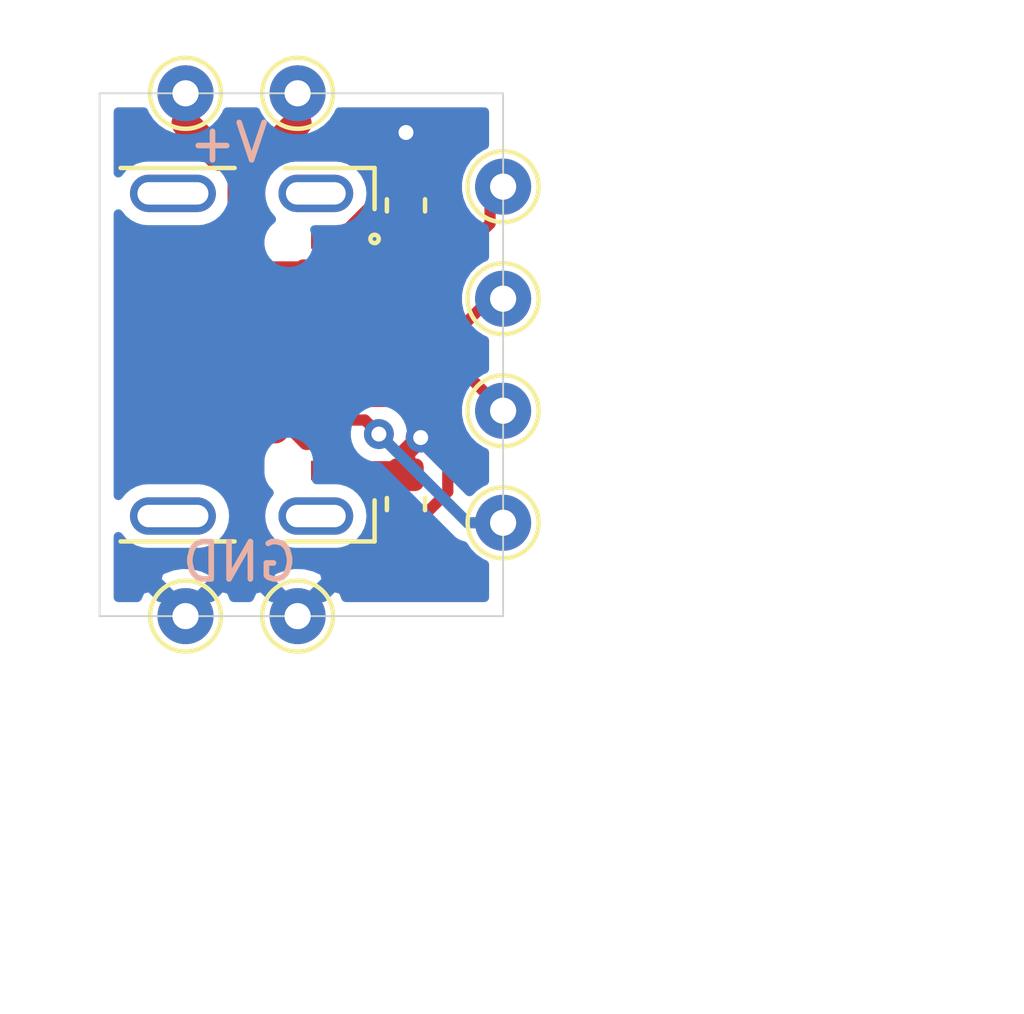
<source format=kicad_pcb>
(kicad_pcb (version 20171130) (host pcbnew 5.1.6)

  (general
    (thickness 1.6)
    (drawings 13)
    (tracks 53)
    (zones 0)
    (modules 11)
    (nets 10)
  )

  (page A4)
  (layers
    (0 F.Cu signal)
    (31 B.Cu signal)
    (32 B.Adhes user)
    (33 F.Adhes user)
    (34 B.Paste user)
    (35 F.Paste user)
    (36 B.SilkS user)
    (37 F.SilkS user)
    (38 B.Mask user)
    (39 F.Mask user)
    (40 Dwgs.User user)
    (41 Cmts.User user)
    (42 Eco1.User user)
    (43 Eco2.User user)
    (44 Edge.Cuts user)
    (45 Margin user)
    (46 B.CrtYd user)
    (47 F.CrtYd user hide)
    (48 B.Fab user)
    (49 F.Fab user)
  )

  (setup
    (last_trace_width 0.25)
    (user_trace_width 0.3)
    (user_trace_width 0.4)
    (user_trace_width 0.5)
    (user_trace_width 0.75)
    (trace_clearance 0.175)
    (zone_clearance 0.35)
    (zone_45_only no)
    (trace_min 0.2)
    (via_size 0.8)
    (via_drill 0.4)
    (via_min_size 0.4)
    (via_min_drill 0.3)
    (uvia_size 0.3)
    (uvia_drill 0.1)
    (uvias_allowed no)
    (uvia_min_size 0.2)
    (uvia_min_drill 0.1)
    (edge_width 0.05)
    (segment_width 0.2)
    (pcb_text_width 0.3)
    (pcb_text_size 1.5 1.5)
    (mod_edge_width 0.12)
    (mod_text_size 1 1)
    (mod_text_width 0.15)
    (pad_size 1.5 1.5)
    (pad_drill 0.7)
    (pad_to_mask_clearance 0.05)
    (aux_axis_origin 0 0)
    (visible_elements FFFFFF7F)
    (pcbplotparams
      (layerselection 0x010fc_ffffffff)
      (usegerberextensions false)
      (usegerberattributes true)
      (usegerberadvancedattributes true)
      (creategerberjobfile true)
      (excludeedgelayer true)
      (linewidth 0.100000)
      (plotframeref false)
      (viasonmask false)
      (mode 1)
      (useauxorigin false)
      (hpglpennumber 1)
      (hpglpenspeed 20)
      (hpglpendiameter 15.000000)
      (psnegative false)
      (psa4output false)
      (plotreference true)
      (plotvalue true)
      (plotinvisibletext false)
      (padsonsilk false)
      (subtractmaskfromsilk false)
      (outputformat 1)
      (mirror false)
      (drillshape 0)
      (scaleselection 1)
      (outputdirectory "gerber/"))
  )

  (net 0 "")
  (net 1 GND)
  (net 2 "Net-(J1-PadS1)")
  (net 3 /VBUS)
  (net 4 /D-)
  (net 5 /D+)
  (net 6 /SBU1)
  (net 7 /SBU2)
  (net 8 /CC1)
  (net 9 /CC2)

  (net_class Default "This is the default net class."
    (clearance 0.175)
    (trace_width 0.25)
    (via_dia 0.8)
    (via_drill 0.4)
    (uvia_dia 0.3)
    (uvia_drill 0.1)
    (add_net /CC1)
    (add_net /CC2)
    (add_net /D+)
    (add_net /D-)
    (add_net /SBU1)
    (add_net /SBU2)
    (add_net /VBUS)
    (add_net GND)
    (add_net "Net-(J1-PadS1)")
  )

  (module TestPoint:TestPoint_THTPad_D1.5mm_Drill0.7mm (layer F.Cu) (tedit 5EE2B394) (tstamp 5EE2DD11)
    (at 101.5 107)
    (descr "THT pad as test Point, diameter 1.5mm, hole diameter 0.7mm")
    (tags "test point THT pad")
    (path /5EE2BEE8)
    (zone_connect 1)
    (fp_text reference H7 (at 0 -1.648) (layer F.Fab)
      (effects (font (size 1 1) (thickness 0.15)))
    )
    (fp_text value GND (at 0 1.75) (layer F.Fab)
      (effects (font (size 1 1) (thickness 0.15)))
    )
    (fp_circle (center 0 0) (end 0 0.95) (layer F.SilkS) (width 0.12))
    (fp_circle (center 0 0) (end 1.25 0) (layer F.CrtYd) (width 0.05))
    (fp_text user %R (at 0 -1.65) (layer F.Fab)
      (effects (font (size 1 1) (thickness 0.15)))
    )
    (pad 1 thru_hole circle (at 0 0) (size 1.5 1.5) (drill 0.7) (layers *.Cu *.Mask)
      (net 1 GND) (zone_connect 1))
  )

  (module TestPoint:TestPoint_THTPad_D1.5mm_Drill0.7mm (layer F.Cu) (tedit 5A0F774F) (tstamp 5EE2E6D3)
    (at 101.5 93)
    (descr "THT pad as test Point, diameter 1.5mm, hole diameter 0.7mm")
    (tags "test point THT pad")
    (path /5EE2ACC9)
    (attr virtual)
    (fp_text reference H8 (at 0 -1.648) (layer F.Fab)
      (effects (font (size 1 1) (thickness 0.15)))
    )
    (fp_text value VBUS (at 0 1.75) (layer F.Fab)
      (effects (font (size 1 1) (thickness 0.15)))
    )
    (fp_circle (center 0 0) (end 0 0.95) (layer F.SilkS) (width 0.12))
    (fp_circle (center 0 0) (end 1.25 0) (layer F.CrtYd) (width 0.05))
    (fp_text user %R (at 0 -1.65) (layer F.Fab)
      (effects (font (size 1 1) (thickness 0.15)))
    )
    (pad 1 thru_hole circle (at 0 0) (size 1.5 1.5) (drill 0.7) (layers *.Cu *.Mask)
      (net 3 /VBUS))
  )

  (module TestPoint:TestPoint_THTPad_D1.5mm_Drill0.7mm (layer F.Cu) (tedit 5A0F774F) (tstamp 5EE2E6BE)
    (at 98.5 93)
    (descr "THT pad as test Point, diameter 1.5mm, hole diameter 0.7mm")
    (tags "test point THT pad")
    (path /5EE2A4EB)
    (attr virtual)
    (fp_text reference H6 (at 0 -1.648) (layer F.Fab)
      (effects (font (size 1 1) (thickness 0.15)))
    )
    (fp_text value VBUS (at 0 1.75) (layer F.Fab)
      (effects (font (size 1 1) (thickness 0.15)))
    )
    (fp_circle (center 0 0) (end 0 0.95) (layer F.SilkS) (width 0.12))
    (fp_circle (center 0 0) (end 1.25 0) (layer F.CrtYd) (width 0.05))
    (fp_text user %R (at 0 -1.65) (layer F.Fab)
      (effects (font (size 1 1) (thickness 0.15)))
    )
    (pad 1 thru_hole circle (at 0 0) (size 1.5 1.5) (drill 0.7) (layers *.Cu *.Mask)
      (net 3 /VBUS))
  )

  (module TestPoint:TestPoint_THTPad_D1.5mm_Drill0.7mm (layer F.Cu) (tedit 5EE2BA21) (tstamp 5EE2DCFD)
    (at 98.5 107)
    (descr "THT pad as test Point, diameter 1.5mm, hole diameter 0.7mm")
    (tags "test point THT pad")
    (path /5EE2B2D0)
    (zone_connect 2)
    (attr virtual)
    (fp_text reference H5 (at 0 -1.648) (layer F.Fab)
      (effects (font (size 1 1) (thickness 0.15)))
    )
    (fp_text value GND (at 0 1.75) (layer F.Fab)
      (effects (font (size 1 1) (thickness 0.15)))
    )
    (fp_circle (center 0 0) (end 0 0.95) (layer F.SilkS) (width 0.12))
    (fp_circle (center 0 0) (end 1.25 0) (layer F.CrtYd) (width 0.05))
    (fp_text user %R (at 0 -1.65) (layer F.Fab)
      (effects (font (size 1 1) (thickness 0.15)))
    )
    (pad 1 thru_hole circle (at 0 0) (size 1.5 1.5) (drill 0.7) (layers *.Cu *.Mask)
      (net 1 GND) (zone_connect 1))
  )

  (module TestPoint:TestPoint_THTPad_D1.5mm_Drill0.7mm (layer F.Cu) (tedit 5A0F774F) (tstamp 5EE2DCF3)
    (at 107 95.5)
    (descr "THT pad as test Point, diameter 1.5mm, hole diameter 0.7mm")
    (tags "test point THT pad")
    (path /5EE30585)
    (attr virtual)
    (fp_text reference H4 (at 0 -1.648) (layer F.Fab)
      (effects (font (size 1 1) (thickness 0.15)))
    )
    (fp_text value SBU2 (at 0 1.75) (layer F.Fab)
      (effects (font (size 1 1) (thickness 0.15)))
    )
    (fp_circle (center 0 0) (end 0 0.95) (layer F.SilkS) (width 0.12))
    (fp_circle (center 0 0) (end 1.25 0) (layer F.CrtYd) (width 0.05))
    (fp_text user %R (at 0 -1.65) (layer F.Fab)
      (effects (font (size 1 1) (thickness 0.15)))
    )
    (pad 1 thru_hole circle (at 0 0) (size 1.5 1.5) (drill 0.7) (layers *.Cu *.Mask)
      (net 7 /SBU2))
  )

  (module TestPoint:TestPoint_THTPad_D1.5mm_Drill0.7mm (layer F.Cu) (tedit 5A0F774F) (tstamp 5EE2DCE9)
    (at 107 104.5)
    (descr "THT pad as test Point, diameter 1.5mm, hole diameter 0.7mm")
    (tags "test point THT pad")
    (path /5EE2FC56)
    (attr virtual)
    (fp_text reference H3 (at 0 -1.648) (layer F.Fab)
      (effects (font (size 1 1) (thickness 0.15)))
    )
    (fp_text value SBU1 (at 0 1.75) (layer F.Fab)
      (effects (font (size 1 1) (thickness 0.15)))
    )
    (fp_circle (center 0 0) (end 0 0.95) (layer F.SilkS) (width 0.12))
    (fp_circle (center 0 0) (end 1.25 0) (layer F.CrtYd) (width 0.05))
    (fp_text user %R (at 0 -1.65) (layer F.Fab)
      (effects (font (size 1 1) (thickness 0.15)))
    )
    (pad 1 thru_hole circle (at 0 0) (size 1.5 1.5) (drill 0.7) (layers *.Cu *.Mask)
      (net 6 /SBU1))
  )

  (module TestPoint:TestPoint_THTPad_D1.5mm_Drill0.7mm (layer F.Cu) (tedit 5A0F774F) (tstamp 5EE2DCDF)
    (at 107 101.5)
    (descr "THT pad as test Point, diameter 1.5mm, hole diameter 0.7mm")
    (tags "test point THT pad")
    (path /5EE2DEFD)
    (attr virtual)
    (fp_text reference H2 (at 0 -1.648) (layer F.Fab)
      (effects (font (size 1 1) (thickness 0.15)))
    )
    (fp_text value D+ (at 0 1.75) (layer F.Fab)
      (effects (font (size 1 1) (thickness 0.15)))
    )
    (fp_circle (center 0 0) (end 0 0.95) (layer F.SilkS) (width 0.12))
    (fp_circle (center 0 0) (end 1.25 0) (layer F.CrtYd) (width 0.05))
    (fp_text user %R (at 0 -1.65) (layer F.Fab)
      (effects (font (size 1 1) (thickness 0.15)))
    )
    (pad 1 thru_hole circle (at 0 0) (size 1.5 1.5) (drill 0.7) (layers *.Cu *.Mask)
      (net 5 /D+))
  )

  (module TestPoint:TestPoint_THTPad_D1.5mm_Drill0.7mm (layer F.Cu) (tedit 5A0F774F) (tstamp 5EE2DCD5)
    (at 107 98.5)
    (descr "THT pad as test Point, diameter 1.5mm, hole diameter 0.7mm")
    (tags "test point THT pad")
    (path /5EE2D1A4)
    (attr virtual)
    (fp_text reference H1 (at 0 -1.648) (layer F.Fab)
      (effects (font (size 1 1) (thickness 0.15)))
    )
    (fp_text value D- (at 0 1.75) (layer F.Fab)
      (effects (font (size 1 1) (thickness 0.15)))
    )
    (fp_circle (center 0 0) (end 0 0.95) (layer F.SilkS) (width 0.12))
    (fp_circle (center 0 0) (end 1.25 0) (layer F.CrtYd) (width 0.05))
    (fp_text user %R (at 0 -1.65) (layer F.Fab)
      (effects (font (size 1 1) (thickness 0.15)))
    )
    (pad 1 thru_hole circle (at 0 0) (size 1.5 1.5) (drill 0.7) (layers *.Cu *.Mask)
      (net 4 /D-))
  )

  (module Connector_USB:USB_C_Receptacle_JAE_DX07S016JA1 (layer F.Cu) (tedit 5E791ED6) (tstamp 5EE2E649)
    (at 100 100 270)
    (descr "USB Type-C receptacle for USB 2.0 and PD, https://www.jae.com/en/connectors/series/detail/product/id=91780&type_code=T1010")
    (tags "usb usb-c 2.0 pd")
    (path /5EE27E45)
    (attr smd)
    (fp_text reference J1 (at 0 -4.2625 90) (layer F.Fab)
      (effects (font (size 1 1) (thickness 0.15)))
    )
    (fp_text value USB_C_Receptacle_USB2.0 (at 0 6.2375 90) (layer F.Fab) hide
      (effects (font (size 1 1) (thickness 0.15)))
    )
    (fp_line (start -2.85 -3.35) (end 4.47 -3.35) (layer F.Fab) (width 0.1))
    (fp_line (start -3.1 -2.85) (end -2.85 -3.35) (layer F.Fab) (width 0.1))
    (fp_line (start -3.35 -3.35) (end -3.1 -2.85) (layer F.Fab) (width 0.1))
    (fp_line (start 3.9 -3.56) (end 5 -3.56) (layer F.SilkS) (width 0.12))
    (fp_line (start -5 -3.56) (end -3.9 -3.56) (layer F.SilkS) (width 0.12))
    (fp_circle (center -3.1 -3.56) (end -2.988197 -3.56) (layer F.SilkS) (width 0.12))
    (fp_line (start -3 3.7875) (end 3 3.7875) (layer F.Fab) (width 0.1))
    (fp_line (start -5 0.1875) (end -5 3.2375) (layer F.SilkS) (width 0.12))
    (fp_line (start -5 -3.56) (end -5 -1.1625) (layer F.SilkS) (width 0.12))
    (fp_line (start 5 0.1875) (end 5 3.2375) (layer F.SilkS) (width 0.12))
    (fp_line (start 5 -3.56) (end 5 -1.1625) (layer F.SilkS) (width 0.12))
    (fp_line (start 5.32 -3.25) (end 5.32 5) (layer F.CrtYd) (width 0.05))
    (fp_line (start -5.32 -3.25) (end -5.32 5) (layer F.CrtYd) (width 0.05))
    (fp_line (start -5.32 5) (end 5.32 5) (layer F.CrtYd) (width 0.05))
    (fp_line (start -5.32 -3.25) (end 5.32 -3.25) (layer F.CrtYd) (width 0.05))
    (fp_line (start 4.47 -3.35) (end 4.47 4.7375) (layer F.Fab) (width 0.1))
    (fp_line (start -4.47 4.7375) (end 4.47 4.7375) (layer F.Fab) (width 0.1))
    (fp_line (start -4.47 -3.35) (end -4.47 4.7375) (layer F.Fab) (width 0.1))
    (fp_line (start -4.47 -3.35) (end -3.35 -3.35) (layer F.Fab) (width 0.1))
    (fp_text user %R (at 0 -0.2925 90) (layer F.Fab)
      (effects (font (size 1 1) (thickness 0.15)))
    )
    (fp_text user "PCB edge" (at 0 3.4 90) (layer F.Fab)
      (effects (font (size 0.4 0.4) (thickness 0.1)))
    )
    (pad B1 smd rect (at 3.1 -2.3625 270) (size 0.52 1) (layers F.Cu F.Paste F.Mask)
      (net 1 GND))
    (pad A9 smd rect (at 2.35 -2.3625 270) (size 0.52 1) (layers F.Cu F.Paste F.Mask)
      (net 3 /VBUS))
    (pad B9 smd rect (at -2.35 -2.3625 270) (size 0.52 1) (layers F.Cu F.Paste F.Mask)
      (net 3 /VBUS))
    (pad B12 smd rect (at -3.1 -2.3625 270) (size 0.52 1) (layers F.Cu F.Paste F.Mask)
      (net 1 GND))
    (pad A1 smd rect (at -3.1 -2.3625 270) (size 0.52 1) (layers F.Cu F.Paste F.Mask)
      (net 1 GND))
    (pad A4 smd rect (at -2.35 -2.3625 270) (size 0.52 1) (layers F.Cu F.Paste F.Mask)
      (net 3 /VBUS))
    (pad B4 smd rect (at 2.35 -2.3625 270) (size 0.52 1) (layers F.Cu F.Paste F.Mask)
      (net 3 /VBUS))
    (pad A12 smd rect (at 3.1 -2.3625 270) (size 0.52 1) (layers F.Cu F.Paste F.Mask)
      (net 1 GND))
    (pad A5 smd rect (at -1.75 -2.3625 270) (size 0.27 1) (layers F.Cu F.Paste F.Mask)
      (net 8 /CC1))
    (pad B8 smd rect (at -1.25 -2.3625 270) (size 0.27 1) (layers F.Cu F.Paste F.Mask)
      (net 7 /SBU2))
    (pad B7 smd rect (at -0.75 -2.3625 270) (size 0.27 1) (layers F.Cu F.Paste F.Mask)
      (net 4 /D-))
    (pad B6 smd rect (at 0.25 -2.3625 270) (size 0.27 1) (layers F.Cu F.Paste F.Mask)
      (net 5 /D+))
    (pad A7 smd rect (at 0.75 -2.3625 270) (size 0.27 1) (layers F.Cu F.Paste F.Mask)
      (net 4 /D-))
    (pad B5 smd rect (at 1.25 -2.3625 270) (size 0.27 1) (layers F.Cu F.Paste F.Mask)
      (net 9 /CC2))
    (pad A8 smd rect (at 1.75 -2.3625 270) (size 0.27 1) (layers F.Cu F.Paste F.Mask)
      (net 6 /SBU1))
    (pad A6 smd rect (at -0.25 -2.3625 270) (size 0.27 1) (layers F.Cu F.Paste F.Mask)
      (net 5 /D+))
    (pad S1 thru_hole oval (at 4.32 -1.9875 270) (size 1 2) (drill oval 0.6 1.6) (layers *.Cu *.Mask)
      (net 2 "Net-(J1-PadS1)"))
    (pad S1 thru_hole oval (at -4.32 -1.9875 270) (size 1 2) (drill oval 0.6 1.6) (layers *.Cu *.Mask)
      (net 2 "Net-(J1-PadS1)"))
    (pad "" np_thru_hole circle (at -3 -1.2625 270) (size 0.6 0.6) (drill 0.6) (layers *.Cu *.Mask))
    (pad S1 thru_hole oval (at -4.32 1.8375 270) (size 1 2.3) (drill oval 0.6 1.9) (layers *.Cu *.Mask)
      (net 2 "Net-(J1-PadS1)"))
    (pad "" np_thru_hole oval (at 3 -1.2625 270) (size 0.85 0.6) (drill oval 0.85 0.6) (layers *.Cu *.Mask))
    (pad S1 thru_hole oval (at 4.32 1.8375 270) (size 1 2.3) (drill oval 0.6 1.9) (layers *.Cu *.Mask)
      (net 2 "Net-(J1-PadS1)"))
    (pad S1 smd rect (at 1.4 1.8375 270) (size 1 2) (layers F.Cu F.Paste F.Mask)
      (net 2 "Net-(J1-PadS1)"))
    (pad S1 smd rect (at -1.4 1.8375 270) (size 1 2) (layers F.Cu F.Paste F.Mask)
      (net 2 "Net-(J1-PadS1)"))
    (model ${KISYS3DMOD}/Connector_USB.3dshapes/USB_C_Receptacle_JAE_DX07S016JA1.wrl
      (at (xyz 0 0 0))
      (scale (xyz 1 1 1))
      (rotate (xyz 0 0 0))
    )
  )

  (module Resistor_SMD:R_0603_1608Metric (layer F.Cu) (tedit 5B301BBD) (tstamp 5EE2FE3C)
    (at 104.4 104 90)
    (descr "Resistor SMD 0603 (1608 Metric), square (rectangular) end terminal, IPC_7351 nominal, (Body size source: http://www.tortai-tech.com/upload/download/2011102023233369053.pdf), generated with kicad-footprint-generator")
    (tags resistor)
    (path /5EE32FF1)
    (attr smd)
    (fp_text reference R1 (at 0 -1.43 90) (layer F.Fab)
      (effects (font (size 1 1) (thickness 0.15)))
    )
    (fp_text value 5K1 (at 0 1.43 90) (layer F.Fab)
      (effects (font (size 1 1) (thickness 0.15)))
    )
    (fp_line (start -0.8 0.4) (end -0.8 -0.4) (layer F.Fab) (width 0.1))
    (fp_line (start -0.8 -0.4) (end 0.8 -0.4) (layer F.Fab) (width 0.1))
    (fp_line (start 0.8 -0.4) (end 0.8 0.4) (layer F.Fab) (width 0.1))
    (fp_line (start 0.8 0.4) (end -0.8 0.4) (layer F.Fab) (width 0.1))
    (fp_line (start -0.162779 -0.51) (end 0.162779 -0.51) (layer F.SilkS) (width 0.12))
    (fp_line (start -0.162779 0.51) (end 0.162779 0.51) (layer F.SilkS) (width 0.12))
    (fp_line (start -1.48 0.73) (end -1.48 -0.73) (layer F.CrtYd) (width 0.05))
    (fp_line (start -1.48 -0.73) (end 1.48 -0.73) (layer F.CrtYd) (width 0.05))
    (fp_line (start 1.48 -0.73) (end 1.48 0.73) (layer F.CrtYd) (width 0.05))
    (fp_line (start 1.48 0.73) (end -1.48 0.73) (layer F.CrtYd) (width 0.05))
    (fp_text user %R (at 0 0 90) (layer F.Fab)
      (effects (font (size 0.4 0.4) (thickness 0.06)))
    )
    (pad 2 smd roundrect (at 0.7875 0 90) (size 0.875 0.95) (layers F.Cu F.Paste F.Mask) (roundrect_rratio 0.25)
      (net 1 GND))
    (pad 1 smd roundrect (at -0.7875 0 90) (size 0.875 0.95) (layers F.Cu F.Paste F.Mask) (roundrect_rratio 0.25)
      (net 9 /CC2))
    (model ${KISYS3DMOD}/Resistor_SMD.3dshapes/R_0603_1608Metric.wrl
      (at (xyz 0 0 0))
      (scale (xyz 1 1 1))
      (rotate (xyz 0 0 0))
    )
  )

  (module Resistor_SMD:R_0603_1608Metric (layer F.Cu) (tedit 5B301BBD) (tstamp 5EE2DD6E)
    (at 104.4 96 90)
    (descr "Resistor SMD 0603 (1608 Metric), square (rectangular) end terminal, IPC_7351 nominal, (Body size source: http://www.tortai-tech.com/upload/download/2011102023233369053.pdf), generated with kicad-footprint-generator")
    (tags resistor)
    (path /5EE33A79)
    (attr smd)
    (fp_text reference R2 (at 0 -1.43 90) (layer F.Fab)
      (effects (font (size 1 1) (thickness 0.15)))
    )
    (fp_text value 5K1 (at 0 1.43 90) (layer F.Fab)
      (effects (font (size 1 1) (thickness 0.15)))
    )
    (fp_line (start 1.48 0.73) (end -1.48 0.73) (layer F.CrtYd) (width 0.05))
    (fp_line (start 1.48 -0.73) (end 1.48 0.73) (layer F.CrtYd) (width 0.05))
    (fp_line (start -1.48 -0.73) (end 1.48 -0.73) (layer F.CrtYd) (width 0.05))
    (fp_line (start -1.48 0.73) (end -1.48 -0.73) (layer F.CrtYd) (width 0.05))
    (fp_line (start -0.162779 0.51) (end 0.162779 0.51) (layer F.SilkS) (width 0.12))
    (fp_line (start -0.162779 -0.51) (end 0.162779 -0.51) (layer F.SilkS) (width 0.12))
    (fp_line (start 0.8 0.4) (end -0.8 0.4) (layer F.Fab) (width 0.1))
    (fp_line (start 0.8 -0.4) (end 0.8 0.4) (layer F.Fab) (width 0.1))
    (fp_line (start -0.8 -0.4) (end 0.8 -0.4) (layer F.Fab) (width 0.1))
    (fp_line (start -0.8 0.4) (end -0.8 -0.4) (layer F.Fab) (width 0.1))
    (fp_text user %R (at 0 0 90) (layer F.Fab)
      (effects (font (size 0.4 0.4) (thickness 0.06)))
    )
    (pad 1 smd roundrect (at -0.7875 0 90) (size 0.875 0.95) (layers F.Cu F.Paste F.Mask) (roundrect_rratio 0.25)
      (net 8 /CC1))
    (pad 2 smd roundrect (at 0.7875 0 90) (size 0.875 0.95) (layers F.Cu F.Paste F.Mask) (roundrect_rratio 0.25)
      (net 1 GND))
    (model ${KISYS3DMOD}/Resistor_SMD.3dshapes/R_0603_1608Metric.wrl
      (at (xyz 0 0 0))
      (scale (xyz 1 1 1))
      (rotate (xyz 0 0 0))
    )
  )

  (gr_text GND (at 99.95 105.55) (layer B.SilkS)
    (effects (font (size 1 1) (thickness 0.15)) (justify mirror))
  )
  (gr_text V+ (at 99.65 94.325) (layer B.SilkS)
    (effects (font (size 1 1) (thickness 0.15)) (justify mirror))
  )
  (dimension 2.5 (width 0.15) (layer F.Fab)
    (gr_text "2.500 mm" (at 119.6 105.75 270) (layer F.Fab)
      (effects (font (size 1 1) (thickness 0.15)))
    )
    (feature1 (pts (xy 107 107) (xy 118.886421 107)))
    (feature2 (pts (xy 107 104.5) (xy 118.886421 104.5)))
    (crossbar (pts (xy 118.3 104.5) (xy 118.3 107)))
    (arrow1a (pts (xy 118.3 107) (xy 117.713579 105.873496)))
    (arrow1b (pts (xy 118.3 107) (xy 118.886421 105.873496)))
    (arrow2a (pts (xy 118.3 104.5) (xy 117.713579 105.626504)))
    (arrow2b (pts (xy 118.3 104.5) (xy 118.886421 105.626504)))
  )
  (dimension 3 (width 0.15) (layer F.Fab)
    (gr_text "3.000 mm" (at 116.2 103 90) (layer F.Fab)
      (effects (font (size 1 1) (thickness 0.15)))
    )
    (feature1 (pts (xy 107 101.5) (xy 115.486421 101.5)))
    (feature2 (pts (xy 107 104.5) (xy 115.486421 104.5)))
    (crossbar (pts (xy 114.9 104.5) (xy 114.9 101.5)))
    (arrow1a (pts (xy 114.9 101.5) (xy 115.486421 102.626504)))
    (arrow1b (pts (xy 114.9 101.5) (xy 114.313579 102.626504)))
    (arrow2a (pts (xy 114.9 104.5) (xy 115.486421 103.373496)))
    (arrow2b (pts (xy 114.9 104.5) (xy 114.313579 103.373496)))
  )
  (dimension 3 (width 0.15) (layer F.Fab)
    (gr_text "3.000 mm" (at 100 118.3) (layer F.Fab)
      (effects (font (size 1 1) (thickness 0.15)))
    )
    (feature1 (pts (xy 101.5 107) (xy 101.5 117.586421)))
    (feature2 (pts (xy 98.5 107) (xy 98.5 117.586421)))
    (crossbar (pts (xy 98.5 117) (xy 101.5 117)))
    (arrow1a (pts (xy 101.5 117) (xy 100.373496 117.586421)))
    (arrow1b (pts (xy 101.5 117) (xy 100.373496 116.413579)))
    (arrow2a (pts (xy 98.5 117) (xy 99.626504 117.586421)))
    (arrow2b (pts (xy 98.5 117) (xy 99.626504 116.413579)))
  )
  (dimension 2.3 (width 0.15) (layer F.Fab)
    (gr_text "2.300 mm" (at 97.35 115.1) (layer F.Fab)
      (effects (font (size 1 1) (thickness 0.15)))
    )
    (feature1 (pts (xy 98.5 107) (xy 98.5 114.386421)))
    (feature2 (pts (xy 96.2 107) (xy 96.2 114.386421)))
    (crossbar (pts (xy 96.2 113.8) (xy 98.5 113.8)))
    (arrow1a (pts (xy 98.5 113.8) (xy 97.373496 114.386421)))
    (arrow1b (pts (xy 98.5 113.8) (xy 97.373496 113.213579)))
    (arrow2a (pts (xy 96.2 113.8) (xy 97.326504 114.386421)))
    (arrow2b (pts (xy 96.2 113.8) (xy 97.326504 113.213579)))
  )
  (dimension 14 (width 0.15) (layer F.Fab)
    (gr_text "14.000 mm" (at 112.9 100 270) (layer F.Fab)
      (effects (font (size 1 1) (thickness 0.15)))
    )
    (feature1 (pts (xy 107 107) (xy 112.186421 107)))
    (feature2 (pts (xy 107 93) (xy 112.186421 93)))
    (crossbar (pts (xy 111.6 93) (xy 111.6 107)))
    (arrow1a (pts (xy 111.6 107) (xy 111.013579 105.873496)))
    (arrow1b (pts (xy 111.6 107) (xy 112.186421 105.873496)))
    (arrow2a (pts (xy 111.6 93) (xy 111.013579 94.126504)))
    (arrow2b (pts (xy 111.6 93) (xy 112.186421 94.126504)))
  )
  (dimension 10.8 (width 0.15) (layer F.Fab)
    (gr_text "10.800 mm" (at 101.6 111.9) (layer F.Fab)
      (effects (font (size 1 1) (thickness 0.15)))
    )
    (feature1 (pts (xy 107 107) (xy 107 111.186421)))
    (feature2 (pts (xy 96.2 107) (xy 96.2 111.186421)))
    (crossbar (pts (xy 96.2 110.6) (xy 107 110.6)))
    (arrow1a (pts (xy 107 110.6) (xy 105.873496 111.186421)))
    (arrow1b (pts (xy 107 110.6) (xy 105.873496 110.013579)))
    (arrow2a (pts (xy 96.2 110.6) (xy 97.326504 111.186421)))
    (arrow2b (pts (xy 96.2 110.6) (xy 97.326504 110.013579)))
  )
  (gr_line (start 96.2 107) (end 96.2 97) (layer Edge.Cuts) (width 0.05) (tstamp 5EE2F067))
  (gr_line (start 107 107) (end 96.2 107) (layer Edge.Cuts) (width 0.05))
  (gr_line (start 107 93) (end 107 107) (layer Edge.Cuts) (width 0.05))
  (gr_line (start 96.2 93) (end 107 93) (layer Edge.Cuts) (width 0.05))
  (gr_line (start 96.2 97) (end 96.2 93) (layer Edge.Cuts) (width 0.05))

  (segment (start 101.597498 100.75) (end 102.3625 100.75) (width 0.3) (layer F.Cu) (net 4))
  (segment (start 101.512499 100.665001) (end 101.597498 100.75) (width 0.3) (layer F.Cu) (net 4))
  (segment (start 101.512499 99.334999) (end 101.512499 100.665001) (width 0.3) (layer F.Cu) (net 4))
  (segment (start 101.597498 99.25) (end 101.512499 99.334999) (width 0.3) (layer F.Cu) (net 4))
  (segment (start 102.3625 99.25) (end 101.597498 99.25) (width 0.3) (layer F.Cu) (net 4))
  (segment (start 105.89999 99.25) (end 106.64999 98.5) (width 0.3) (layer F.Cu) (net 4))
  (segment (start 102.3625 99.25) (end 105.89999 99.25) (width 0.3) (layer F.Cu) (net 4))
  (segment (start 105.299987 99.799987) (end 106.64999 101.14999) (width 0.3) (layer F.Cu) (net 5))
  (segment (start 105.25 99.75) (end 105.299987 99.799987) (width 0.3) (layer F.Cu) (net 5))
  (segment (start 102.3625 99.75) (end 105.25 99.75) (width 0.3) (layer F.Cu) (net 5))
  (segment (start 102.3625 100.25) (end 102.3625 99.75) (width 0.3) (layer F.Cu) (net 5))
  (via (at 103.675 102.125) (size 0.8) (drill 0.4) (layers F.Cu B.Cu) (net 6))
  (segment (start 103.3 101.75) (end 103.675 102.125) (width 0.3) (layer F.Cu) (net 6))
  (segment (start 102.3625 101.75) (end 103.3 101.75) (width 0.3) (layer F.Cu) (net 6))
  (segment (start 103.675 102.125) (end 106.05 104.5) (width 0.3) (layer B.Cu) (net 6))
  (segment (start 106.05 104.5) (end 106.64999 104.5) (width 0.3) (layer B.Cu) (net 6))
  (segment (start 102.3625 98.75) (end 104.388615 98.75) (width 0.3) (layer F.Cu) (net 7))
  (segment (start 106.64999 96.488625) (end 106.64999 95.85001) (width 0.3) (layer F.Cu) (net 7))
  (segment (start 104.388615 98.75) (end 106.64999 96.488625) (width 0.3) (layer F.Cu) (net 7))
  (segment (start 104.2875 103.1) (end 104.4 103.2125) (width 0.5) (layer F.Cu) (net 1))
  (segment (start 102.3625 103.1) (end 104.2875 103.1) (width 0.5) (layer F.Cu) (net 1))
  (segment (start 102.7125 96.9) (end 104.4 95.2125) (width 0.5) (layer F.Cu) (net 1))
  (segment (start 102.3625 96.9) (end 102.7125 96.9) (width 0.5) (layer F.Cu) (net 1))
  (via (at 104.4 94.05) (size 0.8) (drill 0.4) (layers F.Cu B.Cu) (net 1))
  (segment (start 104.4 95.2125) (end 104.4 94.05) (width 0.5) (layer F.Cu) (net 1))
  (via (at 104.793941 102.218622) (size 0.8) (drill 0.4) (layers F.Cu B.Cu) (net 1))
  (segment (start 104.4 103.2125) (end 104.4 102.612563) (width 0.5) (layer F.Cu) (net 1))
  (segment (start 104.4 102.612563) (end 104.793941 102.218622) (width 0.5) (layer F.Cu) (net 1))
  (segment (start 104.2875 96.9) (end 104.4 96.7875) (width 0.5) (layer F.Cu) (net 8))
  (segment (start 104.4 97.65) (end 104.4 96.7875) (width 0.3) (layer F.Cu) (net 8))
  (segment (start 103.8 98.25) (end 104.4 97.65) (width 0.3) (layer F.Cu) (net 8))
  (segment (start 102.3625 98.25) (end 103.8 98.25) (width 0.3) (layer F.Cu) (net 8))
  (segment (start 105.518943 103.668557) (end 104.4 104.7875) (width 0.3) (layer F.Cu) (net 9))
  (segment (start 102.3625 101.25) (end 104.898323 101.25) (width 0.3) (layer F.Cu) (net 9))
  (segment (start 104.898323 101.25) (end 105.518943 101.87062) (width 0.3) (layer F.Cu) (net 9))
  (segment (start 105.518943 101.87062) (end 105.518943 103.668557) (width 0.3) (layer F.Cu) (net 9))
  (segment (start 100.6 94.7) (end 101.5 93.8) (width 0.75) (layer F.Cu) (net 3))
  (segment (start 98.5 93.8) (end 99.4 94.7) (width 0.75) (layer F.Cu) (net 3))
  (segment (start 100 94.7) (end 100 95.9) (width 0.75) (layer F.Cu) (net 3))
  (segment (start 99.4 94.7) (end 100 94.7) (width 0.75) (layer F.Cu) (net 3))
  (segment (start 100 94.7) (end 100.6 94.7) (width 0.75) (layer F.Cu) (net 3))
  (segment (start 100 101.5) (end 100.49999 101.99999) (width 0.75) (layer F.Cu) (net 3))
  (segment (start 100.49999 101.99999) (end 100.900059 101.99999) (width 0.75) (layer F.Cu) (net 3))
  (segment (start 101.727463 102.35) (end 102.3625 102.35) (width 0.4) (layer F.Cu) (net 3))
  (segment (start 101.377453 101.99999) (end 101.727463 102.35) (width 0.4) (layer F.Cu) (net 3))
  (segment (start 100.900059 101.99999) (end 101.377453 101.99999) (width 0.4) (layer F.Cu) (net 3))
  (segment (start 100 95.9) (end 100 96.6) (width 0.75) (layer F.Cu) (net 3))
  (segment (start 100.700001 97.700001) (end 100 97) (width 0.4) (layer F.Cu) (net 3))
  (segment (start 101.598501 97.700001) (end 100.700001 97.700001) (width 0.4) (layer F.Cu) (net 3))
  (segment (start 100 97) (end 100 101.5) (width 0.75) (layer F.Cu) (net 3))
  (segment (start 101.648502 97.65) (end 101.598501 97.700001) (width 0.4) (layer F.Cu) (net 3))
  (segment (start 102.3625 97.65) (end 101.648502 97.65) (width 0.4) (layer F.Cu) (net 3))
  (segment (start 100 96.6) (end 100 97) (width 0.75) (layer F.Cu) (net 3))

  (zone (net 1) (net_name GND) (layer B.Cu) (tstamp 5EE373EC) (hatch edge 0.508)
    (connect_pads (clearance 0.35))
    (min_thickness 0.254)
    (fill yes (arc_segments 32) (thermal_gap 0.508) (thermal_bridge_width 0.508))
    (polygon
      (pts
        (xy 106.9 106.9) (xy 96.3 106.9) (xy 96.3 93.1) (xy 106.9 93.1)
      )
    )
    (filled_polygon
      (pts
        (xy 97.412647 93.581202) (xy 97.546927 93.782167) (xy 97.717833 93.953073) (xy 97.918798 94.087353) (xy 98.142097 94.179847)
        (xy 98.379151 94.227) (xy 98.620849 94.227) (xy 98.857903 94.179847) (xy 99.081202 94.087353) (xy 99.282167 93.953073)
        (xy 99.453073 93.782167) (xy 99.587353 93.581202) (xy 99.62016 93.502) (xy 100.37984 93.502) (xy 100.412647 93.581202)
        (xy 100.546927 93.782167) (xy 100.717833 93.953073) (xy 100.918798 94.087353) (xy 101.142097 94.179847) (xy 101.379151 94.227)
        (xy 101.620849 94.227) (xy 101.857903 94.179847) (xy 102.081202 94.087353) (xy 102.282167 93.953073) (xy 102.453073 93.782167)
        (xy 102.587353 93.581202) (xy 102.62016 93.502) (xy 106.498 93.502) (xy 106.498 94.37984) (xy 106.418798 94.412647)
        (xy 106.217833 94.546927) (xy 106.046927 94.717833) (xy 105.912647 94.918798) (xy 105.820153 95.142097) (xy 105.773 95.379151)
        (xy 105.773 95.620849) (xy 105.820153 95.857903) (xy 105.912647 96.081202) (xy 106.046927 96.282167) (xy 106.217833 96.453073)
        (xy 106.418798 96.587353) (xy 106.498 96.62016) (xy 106.498 97.37984) (xy 106.418798 97.412647) (xy 106.217833 97.546927)
        (xy 106.046927 97.717833) (xy 105.912647 97.918798) (xy 105.820153 98.142097) (xy 105.773 98.379151) (xy 105.773 98.620849)
        (xy 105.820153 98.857903) (xy 105.912647 99.081202) (xy 106.046927 99.282167) (xy 106.217833 99.453073) (xy 106.418798 99.587353)
        (xy 106.498 99.62016) (xy 106.498001 100.37984) (xy 106.418798 100.412647) (xy 106.217833 100.546927) (xy 106.046927 100.717833)
        (xy 105.912647 100.918798) (xy 105.820153 101.142097) (xy 105.773 101.379151) (xy 105.773 101.620849) (xy 105.820153 101.857903)
        (xy 105.912647 102.081202) (xy 106.046927 102.282167) (xy 106.217833 102.453073) (xy 106.418798 102.587353) (xy 106.498001 102.62016)
        (xy 106.498001 103.37984) (xy 106.418798 103.412647) (xy 106.217833 103.546927) (xy 106.100736 103.664024) (xy 104.552 102.115289)
        (xy 104.552 102.038623) (xy 104.518297 101.869189) (xy 104.452187 101.709585) (xy 104.35621 101.565945) (xy 104.234055 101.44379)
        (xy 104.090415 101.347813) (xy 103.930811 101.281703) (xy 103.761377 101.248) (xy 103.588623 101.248) (xy 103.419189 101.281703)
        (xy 103.259585 101.347813) (xy 103.115945 101.44379) (xy 102.99379 101.565945) (xy 102.897813 101.709585) (xy 102.831703 101.869189)
        (xy 102.798 102.038623) (xy 102.798 102.211377) (xy 102.831703 102.380811) (xy 102.897813 102.540415) (xy 102.99379 102.684055)
        (xy 103.115945 102.80621) (xy 103.259585 102.902187) (xy 103.419189 102.968297) (xy 103.588623 103.002) (xy 103.665289 103.002)
        (xy 105.584866 104.921578) (xy 105.604499 104.945501) (xy 105.699972 105.023853) (xy 105.808897 105.082075) (xy 105.927087 105.117927)
        (xy 105.937897 105.118992) (xy 106.046927 105.282167) (xy 106.217833 105.453073) (xy 106.418798 105.587353) (xy 106.498001 105.62016)
        (xy 106.498001 106.498) (xy 102.791255 106.498) (xy 102.756277 106.401168) (xy 102.69586 106.288137) (xy 102.456993 106.222612)
        (xy 102.181605 106.498) (xy 101.822395 106.498) (xy 102.277388 106.043007) (xy 102.211863 105.80414) (xy 101.964884 105.68824)
        (xy 101.70004 105.62275) (xy 101.427508 105.610188) (xy 101.157762 105.651035) (xy 100.901168 105.743723) (xy 100.788137 105.80414)
        (xy 100.722612 106.043007) (xy 101.177605 106.498) (xy 100.818395 106.498) (xy 100.543007 106.222612) (xy 100.30414 106.288137)
        (xy 100.205657 106.498) (xy 99.791255 106.498) (xy 99.756277 106.401168) (xy 99.69586 106.288137) (xy 99.456993 106.222612)
        (xy 99.181605 106.498) (xy 98.822395 106.498) (xy 99.277388 106.043007) (xy 99.211863 105.80414) (xy 98.964884 105.68824)
        (xy 98.70004 105.62275) (xy 98.427508 105.610188) (xy 98.157762 105.651035) (xy 97.901168 105.743723) (xy 97.788137 105.80414)
        (xy 97.722612 106.043007) (xy 98.177605 106.498) (xy 97.818395 106.498) (xy 97.543007 106.222612) (xy 97.30414 106.288137)
        (xy 97.205657 106.498) (xy 96.702 106.498) (xy 96.702 104.872456) (xy 96.818314 105.014186) (xy 96.967082 105.136276)
        (xy 97.136809 105.226997) (xy 97.320975 105.282863) (xy 97.464507 105.297) (xy 98.860493 105.297) (xy 99.004025 105.282863)
        (xy 99.188191 105.226997) (xy 99.357918 105.136276) (xy 99.506686 105.014186) (xy 99.628776 104.865418) (xy 99.719497 104.695691)
        (xy 99.775363 104.511525) (xy 99.794227 104.32) (xy 99.775363 104.128475) (xy 99.719497 103.944309) (xy 99.628776 103.774582)
        (xy 99.506686 103.625814) (xy 99.357918 103.503724) (xy 99.188191 103.413003) (xy 99.004025 103.357137) (xy 98.860493 103.343)
        (xy 97.464507 103.343) (xy 97.320975 103.357137) (xy 97.136809 103.413003) (xy 96.967082 103.503724) (xy 96.818314 103.625814)
        (xy 96.702 103.767544) (xy 96.702 102.836834) (xy 100.4855 102.836834) (xy 100.4855 103.163165) (xy 100.496743 103.277318)
        (xy 100.541173 103.423783) (xy 100.613323 103.558765) (xy 100.71042 103.67708) (xy 100.734813 103.697098) (xy 100.671224 103.774582)
        (xy 100.580503 103.944309) (xy 100.524637 104.128475) (xy 100.505773 104.32) (xy 100.524637 104.511525) (xy 100.580503 104.695691)
        (xy 100.671224 104.865418) (xy 100.793314 105.014186) (xy 100.942082 105.136276) (xy 101.111809 105.226997) (xy 101.295975 105.282863)
        (xy 101.439507 105.297) (xy 102.535493 105.297) (xy 102.679025 105.282863) (xy 102.863191 105.226997) (xy 103.032918 105.136276)
        (xy 103.181686 105.014186) (xy 103.303776 104.865418) (xy 103.394497 104.695691) (xy 103.450363 104.511525) (xy 103.469227 104.32)
        (xy 103.450363 104.128475) (xy 103.394497 103.944309) (xy 103.303776 103.774582) (xy 103.181686 103.625814) (xy 103.032918 103.503724)
        (xy 102.863191 103.413003) (xy 102.679025 103.357137) (xy 102.535493 103.343) (xy 102.008333 103.343) (xy 102.028257 103.277319)
        (xy 102.0395 103.163166) (xy 102.0395 102.836835) (xy 102.028257 102.722682) (xy 101.983827 102.576216) (xy 101.911677 102.441234)
        (xy 101.81458 102.32292) (xy 101.696266 102.225823) (xy 101.561284 102.153673) (xy 101.414819 102.109243) (xy 101.2625 102.094241)
        (xy 101.110182 102.109243) (xy 100.963717 102.153673) (xy 100.828735 102.225823) (xy 100.71042 102.32292) (xy 100.613323 102.441234)
        (xy 100.541173 102.576216) (xy 100.496743 102.722681) (xy 100.4855 102.836834) (xy 96.702 102.836834) (xy 96.702 96.923472)
        (xy 100.4855 96.923472) (xy 100.4855 97.076528) (xy 100.515359 97.226643) (xy 100.573931 97.368048) (xy 100.658964 97.495309)
        (xy 100.767191 97.603536) (xy 100.894452 97.688569) (xy 101.035857 97.747141) (xy 101.185972 97.777) (xy 101.339028 97.777)
        (xy 101.489143 97.747141) (xy 101.630548 97.688569) (xy 101.757809 97.603536) (xy 101.866036 97.495309) (xy 101.951069 97.368048)
        (xy 102.009641 97.226643) (xy 102.0395 97.076528) (xy 102.0395 96.923472) (xy 102.009641 96.773357) (xy 101.961444 96.657)
        (xy 102.535493 96.657) (xy 102.679025 96.642863) (xy 102.863191 96.586997) (xy 103.032918 96.496276) (xy 103.181686 96.374186)
        (xy 103.303776 96.225418) (xy 103.394497 96.055691) (xy 103.450363 95.871525) (xy 103.469227 95.68) (xy 103.450363 95.488475)
        (xy 103.394497 95.304309) (xy 103.303776 95.134582) (xy 103.181686 94.985814) (xy 103.032918 94.863724) (xy 102.863191 94.773003)
        (xy 102.679025 94.717137) (xy 102.535493 94.703) (xy 101.439507 94.703) (xy 101.295975 94.717137) (xy 101.111809 94.773003)
        (xy 100.942082 94.863724) (xy 100.793314 94.985814) (xy 100.671224 95.134582) (xy 100.580503 95.304309) (xy 100.524637 95.488475)
        (xy 100.505773 95.68) (xy 100.524637 95.871525) (xy 100.580503 96.055691) (xy 100.671224 96.225418) (xy 100.793314 96.374186)
        (xy 100.796554 96.376845) (xy 100.767191 96.396464) (xy 100.658964 96.504691) (xy 100.573931 96.631952) (xy 100.515359 96.773357)
        (xy 100.4855 96.923472) (xy 96.702 96.923472) (xy 96.702 96.232456) (xy 96.818314 96.374186) (xy 96.967082 96.496276)
        (xy 97.136809 96.586997) (xy 97.320975 96.642863) (xy 97.464507 96.657) (xy 98.860493 96.657) (xy 99.004025 96.642863)
        (xy 99.188191 96.586997) (xy 99.357918 96.496276) (xy 99.506686 96.374186) (xy 99.628776 96.225418) (xy 99.719497 96.055691)
        (xy 99.775363 95.871525) (xy 99.794227 95.68) (xy 99.775363 95.488475) (xy 99.719497 95.304309) (xy 99.628776 95.134582)
        (xy 99.506686 94.985814) (xy 99.357918 94.863724) (xy 99.188191 94.773003) (xy 99.004025 94.717137) (xy 98.860493 94.703)
        (xy 97.464507 94.703) (xy 97.320975 94.717137) (xy 97.136809 94.773003) (xy 96.967082 94.863724) (xy 96.818314 94.985814)
        (xy 96.702 95.127544) (xy 96.702 93.502) (xy 97.37984 93.502)
      )
    )
  )
)

</source>
